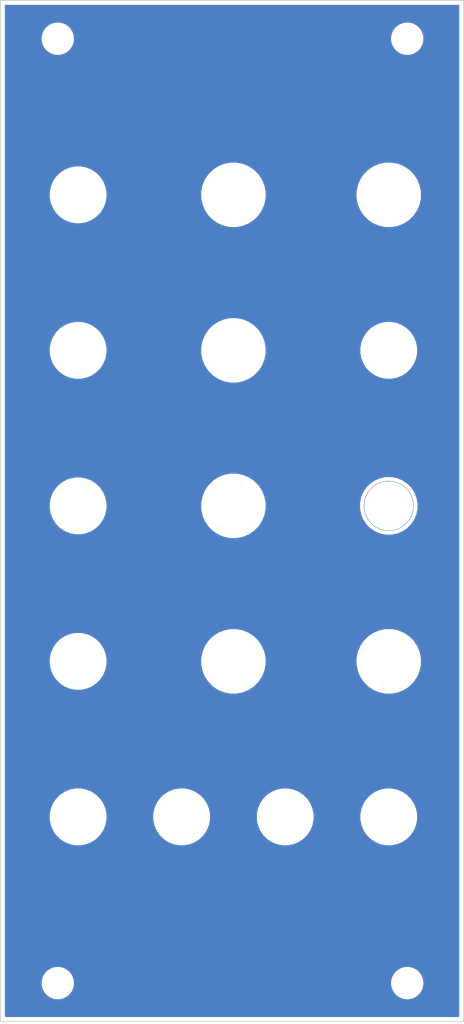
<source format=kicad_pcb>
(kicad_pcb (version 20171130) (host pcbnew 5.1.5-52549c5~86~ubuntu19.04.1)

  (general
    (thickness 1.6)
    (drawings 19)
    (tracks 0)
    (zones 0)
    (modules 24)
    (nets 1)
  )

  (page A4)
  (title_block
    (title vco)
    (date 2020-05-23)
    (rev 01)
    (comment 1 "PCB for panel")
    (comment 2 "CEM3340 voltage controlled oszillator")
    (comment 4 "License CC BY 4.0 - Attribution 4.0 International")
  )

  (layers
    (0 F.Cu signal)
    (31 B.Cu signal)
    (32 B.Adhes user)
    (33 F.Adhes user)
    (34 B.Paste user)
    (35 F.Paste user)
    (36 B.SilkS user)
    (37 F.SilkS user)
    (38 B.Mask user)
    (39 F.Mask user)
    (40 Dwgs.User user)
    (41 Cmts.User user)
    (42 Eco1.User user)
    (43 Eco2.User user)
    (44 Edge.Cuts user)
    (45 Margin user)
    (46 B.CrtYd user)
    (47 F.CrtYd user)
    (48 B.Fab user)
    (49 F.Fab user)
  )

  (setup
    (last_trace_width 0.25)
    (trace_clearance 0.2)
    (zone_clearance 0.508)
    (zone_45_only no)
    (trace_min 0.2)
    (via_size 0.8)
    (via_drill 0.4)
    (via_min_size 0.4)
    (via_min_drill 0.3)
    (uvia_size 0.3)
    (uvia_drill 0.1)
    (uvias_allowed no)
    (uvia_min_size 0.2)
    (uvia_min_drill 0.1)
    (edge_width 0.05)
    (segment_width 0.2)
    (pcb_text_width 0.3)
    (pcb_text_size 1.5 1.5)
    (mod_edge_width 0.12)
    (mod_text_size 1 1)
    (mod_text_width 0.15)
    (pad_size 6.4 6.4)
    (pad_drill 6.4)
    (pad_to_mask_clearance 0.051)
    (solder_mask_min_width 0.25)
    (aux_axis_origin 0 0)
    (visible_elements 7FFFFFFF)
    (pcbplotparams
      (layerselection 0x010fc_ffffffff)
      (usegerberextensions false)
      (usegerberattributes false)
      (usegerberadvancedattributes false)
      (creategerberjobfile false)
      (excludeedgelayer false)
      (linewidth 0.150000)
      (plotframeref false)
      (viasonmask false)
      (mode 1)
      (useauxorigin false)
      (hpglpennumber 1)
      (hpglpenspeed 20)
      (hpglpendiameter 15.000000)
      (psnegative false)
      (psa4output false)
      (plotreference true)
      (plotvalue true)
      (plotinvisibletext false)
      (padsonsilk false)
      (subtractmaskfromsilk false)
      (outputformat 1)
      (mirror false)
      (drillshape 0)
      (scaleselection 1)
      (outputdirectory "./gerbers"))
  )

  (net 0 "")

  (net_class Default "This is the default net class."
    (clearance 0.2)
    (trace_width 0.25)
    (via_dia 0.8)
    (via_drill 0.4)
    (uvia_dia 0.3)
    (uvia_drill 0.1)
  )

  (module elektrophon:panel_jack (layer F.Cu) (tedit 5DA46DDA) (tstamp 5EBD0BCA)
    (at 35.56 50.8)
    (descr "Mounting Hole 8.4mm, no annular, M8")
    (tags "mounting hole 8.4mm no annular m8")
    (path /5DA3331D)
    (attr virtual)
    (fp_text reference H4 (at 0 -9.4) (layer F.SilkS) hide
      (effects (font (size 1 1) (thickness 0.15)))
    )
    (fp_text value 1V/OCT (at 0 9.144) (layer F.Mask) hide
      (effects (font (size 2 1.4) (thickness 0.25)))
    )
    (fp_circle (center 0 0) (end 4.2 0) (layer F.CrtYd) (width 0.05))
    (fp_circle (center 0 0) (end 4 0) (layer Cmts.User) (width 0.15))
    (fp_text user %R (at 0.3 0) (layer F.Fab) hide
      (effects (font (size 1 1) (thickness 0.15)))
    )
    (pad "" np_thru_hole circle (at 0 0) (size 6.4 6.4) (drill 6.4) (layers *.Cu *.Mask))
    (model "${KIPRJMOD}/../../../lib/kicad/models/PJ301M-12 Thonkiconn v0.2.stp"
      (offset (xyz 0 0.8 -10.5))
      (scale (xyz 1 1 1))
      (rotate (xyz 0 0 0))
    )
  )

  (module elektrophon:waveshape_square locked (layer F.Cu) (tedit 5D6AF935) (tstamp 5EC93BD6)
    (at 76.2 132.08)
    (descr "Imported from ../../lib/kicad/elektrophon.pretty/saw.svg")
    (tags svg2mod)
    (attr smd)
    (fp_text reference svg2mod (at 0 -4.58823) (layer F.SilkS) hide
      (effects (font (size 1.524 1.524) (thickness 0.3048)))
    )
    (fp_text value G*** (at 0 11.176) (layer F.SilkS) hide
      (effects (font (size 1.524 1.524) (thickness 0.3048)))
    )
    (fp_line (start 2.032 9.652) (end 2.032 8.128) (layer F.Mask) (width 0.5))
    (fp_line (start 0 9.652) (end 2.032 9.652) (layer F.Mask) (width 0.5))
    (fp_line (start 0 7.112) (end 0 9.652) (layer F.Mask) (width 0.5))
    (fp_line (start -2.032 7.09577) (end -0.207183 7.09617) (layer F.Mask) (width 0.5))
    (fp_line (start -2.032 8.62667) (end -2.032 7.112) (layer F.Mask) (width 0.5))
  )

  (module elektrophon:waveshape_saw locked (layer F.Cu) (tedit 5D6AF863) (tstamp 5EC93A30)
    (at 49.106666 132.08)
    (descr "Imported from ../../lib/kicad/elektrophon.pretty/fall.svg")
    (tags svg2mod)
    (attr smd)
    (fp_text reference svg2mod (at 0 -4.69341) (layer F.SilkS) hide
      (effects (font (size 1.524 1.524) (thickness 0.3048)))
    )
    (fp_text value G*** (at 0 11.684) (layer F.SilkS) hide
      (effects (font (size 1.524 1.524) (thickness 0.3048)))
    )
    (fp_line (start -1.016 7.49859) (end 2.54 9.652) (layer F.Mask) (width 0.5))
    (fp_line (start -1.016 9.652) (end -1.016 7.62) (layer F.Mask) (width 0.5))
  )

  (module elektrophon:waveshape_sine locked (layer F.Cu) (tedit 5D6AF917) (tstamp 5EC9375B)
    (at 62.653332 132.08)
    (descr "Imported from ../../lib/kicad/elektrophon.pretty/sine.svg")
    (tags svg2mod)
    (attr smd)
    (fp_text reference svg2mod (at 0 -4.119191) (layer F.SilkS) hide
      (effects (font (size 1.524 1.524) (thickness 0.3048)))
    )
    (fp_text value G*** (at 0 11.684) (layer F.SilkS) hide
      (effects (font (size 1.524 1.524) (thickness 0.3048)))
    )
    (fp_line (start 2.333448 8.858449) (end 2.538214 8.476346) (layer F.Mask) (width 0.5))
    (fp_line (start 1.772845 9.510977) (end 2.333448 8.858449) (layer F.Mask) (width 0.5))
    (fp_line (start 1.384272 9.707191) (end 1.772845 9.510977) (layer F.Mask) (width 0.5))
    (fp_line (start 0.936943 9.693258) (end 1.384272 9.707191) (layer F.Mask) (width 0.5))
    (fp_line (start 0.440923 9.376595) (end 0.936943 9.693258) (layer F.Mask) (width 0.5))
    (fp_line (start -0.093719 8.664618) (end 0.440923 9.376595) (layer F.Mask) (width 0.5))
    (fp_line (start -0.620307 7.94493) (end -0.093719 8.664618) (layer F.Mask) (width 0.5))
    (fp_line (start -1.095093 7.607769) (end -0.620307 7.94493) (layer F.Mask) (width 0.5))
    (fp_line (start -1.512403 7.564809) (end -1.095093 7.607769) (layer F.Mask) (width 0.5))
    (fp_line (start -1.866564 7.727725) (end -1.512403 7.564809) (layer F.Mask) (width 0.5))
    (fp_line (start -2.362736 8.317877) (end -1.866564 7.727725) (layer F.Mask) (width 0.5))
    (fp_line (start -2.538214 8.671618) (end -2.362736 8.317877) (layer F.Mask) (width 0.5))
  )

  (module elektrophon:waveshape_triangle locked (layer F.Cu) (tedit 5D6AF949) (tstamp 5EC93484)
    (at 35.56 133)
    (descr "Imported from ../../lib/kicad/elektrophon.pretty/triangle.svg")
    (tags svg2mod)
    (attr smd)
    (fp_text reference svg2mod (at 0 -4.43467) (layer F.SilkS) hide
      (effects (font (size 1.524 1.524) (thickness 0.3048)))
    )
    (fp_text value G*** (at 0 11.176) (layer F.SilkS) hide
      (effects (font (size 1.524 1.524) (thickness 0.3048)))
    )
    (fp_line (start 1.524 9.51467) (end 2.54 7.82361) (layer F.Mask) (width 0.5))
    (fp_line (start -0.508 6.604) (end 1.524 9.51467) (layer F.Mask) (width 0.5))
    (fp_line (start -2.032 8.636) (end -0.508 6.604) (layer F.Mask) (width 0.5))
  )

  (module elektrophon:panel_potentiometer (layer F.Cu) (tedit 5DA46CEF) (tstamp 5DD36E24)
    (at 55.88 91.44)
    (descr "Mounting Hole 8.4mm, no annular, M8")
    (tags "mounting hole 8.4mm no annular m8")
    (path /5DD362E9)
    (attr virtual)
    (fp_text reference H13 (at 0 -9.4) (layer F.SilkS) hide
      (effects (font (size 1 1) (thickness 0.15)))
    )
    (fp_text value ATTEN (at 0 9.144) (layer F.Mask) hide
      (effects (font (size 2 1.4) (thickness 0.25)))
    )
    (fp_circle (center 0 0) (end 6.6 0) (layer F.CrtYd) (width 0.05))
    (fp_circle (center 0 0) (end 6.35 0) (layer Cmts.User) (width 0.15))
    (fp_text user %R (at 0.3 0) (layer F.Fab) hide
      (effects (font (size 1 1) (thickness 0.15)))
    )
    (pad "" np_thru_hole circle (at 0 0) (size 7.4 7.4) (drill 7.4) (layers *.Cu *.Mask))
    (model "${KIPRJMOD}/../../../lib/kicad/models/chroma cap.step"
      (offset (xyz 0 0 8))
      (scale (xyz 1 1 1))
      (rotate (xyz -90 0 0))
    )
  )

  (module elektrophon:panel_potentiometer (layer F.Cu) (tedit 5DA46CEF) (tstamp 5EBD0C09)
    (at 55.88 111.76)
    (descr "Mounting Hole 8.4mm, no annular, M8")
    (tags "mounting hole 8.4mm no annular m8")
    (path /5D6B1F10)
    (attr virtual)
    (fp_text reference H12 (at 0 -9.4) (layer F.SilkS) hide
      (effects (font (size 1 1) (thickness 0.15)))
    )
    (fp_text value ATTEN (at 0 9.144) (layer F.Mask) hide
      (effects (font (size 2 1.4) (thickness 0.25)))
    )
    (fp_circle (center 0 0) (end 6.6 0) (layer F.CrtYd) (width 0.05))
    (fp_circle (center 0 0) (end 6.35 0) (layer Cmts.User) (width 0.15))
    (fp_text user %R (at 0.3 0) (layer F.Fab) hide
      (effects (font (size 1 1) (thickness 0.15)))
    )
    (pad "" np_thru_hole circle (at 0 0) (size 7.4 7.4) (drill 7.4) (layers *.Cu *.Mask))
    (model "${KIPRJMOD}/../../../lib/kicad/models/chroma cap.step"
      (offset (xyz 0 0 8))
      (scale (xyz 1 1 1))
      (rotate (xyz -90 0 0))
    )
  )

  (module elektrophon:panel_potentiometer (layer F.Cu) (tedit 5DA46CEF) (tstamp 5EBD0C01)
    (at 55.88 50.8)
    (descr "Mounting Hole 8.4mm, no annular, M8")
    (tags "mounting hole 8.4mm no annular m8")
    (path /5D6B4FBA)
    (attr virtual)
    (fp_text reference H11 (at 0 -9.4) (layer F.SilkS) hide
      (effects (font (size 1 1) (thickness 0.15)))
    )
    (fp_text value COARSE (at 0 9.144) (layer F.Mask) hide
      (effects (font (size 2 1.4) (thickness 0.25)))
    )
    (fp_circle (center 0 0) (end 6.6 0) (layer F.CrtYd) (width 0.05))
    (fp_circle (center 0 0) (end 6.35 0) (layer Cmts.User) (width 0.15))
    (fp_text user %R (at 0.3 0) (layer F.Fab) hide
      (effects (font (size 1 1) (thickness 0.15)))
    )
    (pad "" np_thru_hole circle (at 0 0) (size 7.4 7.4) (drill 7.4) (layers *.Cu *.Mask))
    (model "${KIPRJMOD}/../../../lib/kicad/models/chroma cap.step"
      (offset (xyz 0 0 8))
      (scale (xyz 1 1 1))
      (rotate (xyz -90 0 0))
    )
  )

  (module elektrophon:panel_potentiometer (layer F.Cu) (tedit 5DA46CEF) (tstamp 5DA326EC)
    (at 55.88 71.12)
    (descr "Mounting Hole 8.4mm, no annular, M8")
    (tags "mounting hole 8.4mm no annular m8")
    (path /5D6B1F16)
    (attr virtual)
    (fp_text reference H10 (at 0 -9.4) (layer F.SilkS) hide
      (effects (font (size 1 1) (thickness 0.15)))
    )
    (fp_text value ATTEN (at 0 9.144) (layer F.Mask) hide
      (effects (font (size 2 1.4) (thickness 0.25)))
    )
    (fp_circle (center 0 0) (end 6.6 0) (layer F.CrtYd) (width 0.05))
    (fp_circle (center 0 0) (end 6.35 0) (layer Cmts.User) (width 0.15))
    (fp_text user %R (at 0.3 0) (layer F.Fab) hide
      (effects (font (size 1 1) (thickness 0.15)))
    )
    (pad "" np_thru_hole circle (at 0 0) (size 7.4 7.4) (drill 7.4) (layers *.Cu *.Mask))
    (model "${KIPRJMOD}/../../../lib/kicad/models/chroma cap.step"
      (offset (xyz 0 0 8))
      (scale (xyz 1 1 1))
      (rotate (xyz -90 0 0))
    )
  )

  (module elektrophon:SWITCH_HOLE (layer F.Cu) (tedit 5D6AF1FE) (tstamp 5EBD0C25)
    (at 76.2 91.44)
    (path /5D6AF633)
    (fp_text reference H16 (at 0 -6.604) (layer F.SilkS) hide
      (effects (font (size 1 1) (thickness 0.15)))
    )
    (fp_text value SOFT/HARD (at 0 8.636) (layer F.Mask) hide
      (effects (font (size 2 1.4) (thickness 0.25)))
    )
    (pad "" np_thru_hole circle (at 0 0) (size 6.5 6.5) (drill 6.4) (layers *.Cu *.Mask)
      (zone_connect 0))
    (model "/home/etienne/Projects/elektrophon/lib/kicad/models/SPDT Toggle Switch.stp"
      (offset (xyz 12.5 3.5 -11.5))
      (scale (xyz 1 1 1))
      (rotate (xyz -90 0 0))
    )
  )

  (module elektrophon:panel_potentiometer (layer F.Cu) (tedit 5DA46CEF) (tstamp 5EBD0C20)
    (at 76.2 111.76)
    (descr "Mounting Hole 8.4mm, no annular, M8")
    (tags "mounting hole 8.4mm no annular m8")
    (path /5D6B1F1C)
    (attr virtual)
    (fp_text reference H15 (at 0 -9.4) (layer F.SilkS) hide
      (effects (font (size 1 1) (thickness 0.15)))
    )
    (fp_text value INITIAL (at 0 9.144) (layer F.Mask) hide
      (effects (font (size 2 1.4) (thickness 0.25)))
    )
    (fp_circle (center 0 0) (end 6.6 0) (layer F.CrtYd) (width 0.05))
    (fp_circle (center 0 0) (end 6.35 0) (layer Cmts.User) (width 0.15))
    (fp_text user %R (at 0.3 0) (layer F.Fab) hide
      (effects (font (size 1 1) (thickness 0.15)))
    )
    (pad "" np_thru_hole circle (at 0 0) (size 7.4 7.4) (drill 7.4) (layers *.Cu *.Mask))
    (model "${KIPRJMOD}/../../../lib/kicad/models/chroma cap.step"
      (offset (xyz 0 0 8))
      (scale (xyz 1 1 1))
      (rotate (xyz -90 0 0))
    )
  )

  (module elektrophon:panel_potentiometer (layer F.Cu) (tedit 5DA46CEF) (tstamp 5EBD0C18)
    (at 76.2 50.8)
    (descr "Mounting Hole 8.4mm, no annular, M8")
    (tags "mounting hole 8.4mm no annular m8")
    (path /5D6B18DA)
    (attr virtual)
    (fp_text reference H14 (at 0 -9.4) (layer F.SilkS) hide
      (effects (font (size 1 1) (thickness 0.15)))
    )
    (fp_text value FINE (at 0 9.144) (layer F.Mask) hide
      (effects (font (size 2 1.4) (thickness 0.25)))
    )
    (fp_circle (center 0 0) (end 6.6 0) (layer F.CrtYd) (width 0.05))
    (fp_circle (center 0 0) (end 6.35 0) (layer Cmts.User) (width 0.15))
    (fp_text user %R (at 0.3 0) (layer F.Fab) hide
      (effects (font (size 1 1) (thickness 0.15)))
    )
    (pad "" np_thru_hole circle (at 0 0) (size 7.4 7.4) (drill 7.4) (layers *.Cu *.Mask))
    (model "${KIPRJMOD}/../../../lib/kicad/models/chroma cap.step"
      (offset (xyz 0 0 8))
      (scale (xyz 1 1 1))
      (rotate (xyz -90 0 0))
    )
  )

  (module elektrophon:panel_jack (layer F.Cu) (tedit 5DA46DDA) (tstamp 5EBD0BF2)
    (at 76.2 132.08)
    (descr "Mounting Hole 8.4mm, no annular, M8")
    (tags "mounting hole 8.4mm no annular m8")
    (path /5EBD4436)
    (attr virtual)
    (fp_text reference H9 (at 0 -9.4) (layer F.SilkS) hide
      (effects (font (size 1 1) (thickness 0.15)))
    )
    (fp_text value PULSE (at 0 9.144) (layer F.Mask) hide
      (effects (font (size 2 1.4) (thickness 0.25)))
    )
    (fp_circle (center 0 0) (end 4.2 0) (layer F.CrtYd) (width 0.05))
    (fp_circle (center 0 0) (end 4 0) (layer Cmts.User) (width 0.15))
    (fp_text user %R (at 0.3 0) (layer F.Fab) hide
      (effects (font (size 1 1) (thickness 0.15)))
    )
    (pad "" np_thru_hole circle (at 0 0) (size 6.4 6.4) (drill 6.4) (layers *.Cu *.Mask))
    (model "${KIPRJMOD}/../../../lib/kicad/models/PJ301M-12 Thonkiconn v0.2.stp"
      (offset (xyz 0 0.8 -10.5))
      (scale (xyz 1 1 1))
      (rotate (xyz 0 0 0))
    )
  )

  (module elektrophon:panel_jack (layer F.Cu) (tedit 5DA46DDA) (tstamp 5EBD0BEA)
    (at 62.653332 132.08)
    (descr "Mounting Hole 8.4mm, no annular, M8")
    (tags "mounting hole 8.4mm no annular m8")
    (path /5EBD42F6)
    (attr virtual)
    (fp_text reference H8 (at 0 -9.4) (layer F.SilkS) hide
      (effects (font (size 1 1) (thickness 0.15)))
    )
    (fp_text value SINE (at 0 9.144) (layer F.Mask) hide
      (effects (font (size 2 1.4) (thickness 0.25)))
    )
    (fp_circle (center 0 0) (end 4.2 0) (layer F.CrtYd) (width 0.05))
    (fp_circle (center 0 0) (end 4 0) (layer Cmts.User) (width 0.15))
    (fp_text user %R (at 0.3 0) (layer F.Fab) hide
      (effects (font (size 1 1) (thickness 0.15)))
    )
    (pad "" np_thru_hole circle (at 0 0) (size 6.4 6.4) (drill 6.4) (layers *.Cu *.Mask))
    (model "${KIPRJMOD}/../../../lib/kicad/models/PJ301M-12 Thonkiconn v0.2.stp"
      (offset (xyz 0 0.8 -10.5))
      (scale (xyz 1 1 1))
      (rotate (xyz 0 0 0))
    )
  )

  (module elektrophon:panel_jack (layer F.Cu) (tedit 5DA46DDA) (tstamp 5EBD0BE2)
    (at 49.106666 132.08)
    (descr "Mounting Hole 8.4mm, no annular, M8")
    (tags "mounting hole 8.4mm no annular m8")
    (path /5EBD41FF)
    (attr virtual)
    (fp_text reference H7 (at 0 -9.4) (layer F.SilkS) hide
      (effects (font (size 1 1) (thickness 0.15)))
    )
    (fp_text value SAW (at 0 9.144) (layer F.Mask) hide
      (effects (font (size 2 1.4) (thickness 0.25)))
    )
    (fp_circle (center 0 0) (end 4.2 0) (layer F.CrtYd) (width 0.05))
    (fp_circle (center 0 0) (end 4 0) (layer Cmts.User) (width 0.15))
    (fp_text user %R (at 0.3 0) (layer F.Fab) hide
      (effects (font (size 1 1) (thickness 0.15)))
    )
    (pad "" np_thru_hole circle (at 0 0) (size 6.4 6.4) (drill 6.4) (layers *.Cu *.Mask))
    (model "${KIPRJMOD}/../../../lib/kicad/models/PJ301M-12 Thonkiconn v0.2.stp"
      (offset (xyz 0 0.8 -10.5))
      (scale (xyz 1 1 1))
      (rotate (xyz 0 0 0))
    )
  )

  (module elektrophon:panel_jack (layer F.Cu) (tedit 5DA46DDA) (tstamp 5EBD0BDA)
    (at 76.2 71.12)
    (descr "Mounting Hole 8.4mm, no annular, M8")
    (tags "mounting hole 8.4mm no annular m8")
    (path /5DD35930)
    (attr virtual)
    (fp_text reference H6 (at 0 -9.4) (layer F.SilkS) hide
      (effects (font (size 1 1) (thickness 0.15)))
    )
    (fp_text value SYNC (at 0 9.144) (layer F.Mask) hide
      (effects (font (size 2 1.4) (thickness 0.25)))
    )
    (fp_circle (center 0 0) (end 4.2 0) (layer F.CrtYd) (width 0.05))
    (fp_circle (center 0 0) (end 4 0) (layer Cmts.User) (width 0.15))
    (fp_text user %R (at 0.3 0) (layer F.Fab) hide
      (effects (font (size 1 1) (thickness 0.15)))
    )
    (pad "" np_thru_hole circle (at 0 0) (size 6.4 6.4) (drill 6.4) (layers *.Cu *.Mask))
    (model "${KIPRJMOD}/../../../lib/kicad/models/PJ301M-12 Thonkiconn v0.2.stp"
      (offset (xyz 0 0.8 -10.5))
      (scale (xyz 1 1 1))
      (rotate (xyz 0 0 0))
    )
  )

  (module elektrophon:panel_jack (layer F.Cu) (tedit 5DA46DDA) (tstamp 5EBD0BD2)
    (at 35.56 111.76)
    (descr "Mounting Hole 8.4mm, no annular, M8")
    (tags "mounting hole 8.4mm no annular m8")
    (path /5D6B18CE)
    (attr virtual)
    (fp_text reference H5 (at 0 -9.4) (layer F.SilkS) hide
      (effects (font (size 1 1) (thickness 0.15)))
    )
    (fp_text value PWM (at 0 9.144) (layer F.Mask) hide
      (effects (font (size 2 1.4) (thickness 0.25)))
    )
    (fp_circle (center 0 0) (end 4.2 0) (layer F.CrtYd) (width 0.05))
    (fp_circle (center 0 0) (end 4 0) (layer Cmts.User) (width 0.15))
    (fp_text user %R (at 0.3 0) (layer F.Fab) hide
      (effects (font (size 1 1) (thickness 0.15)))
    )
    (pad "" np_thru_hole circle (at 0 0) (size 6.4 6.4) (drill 6.4) (layers *.Cu *.Mask))
    (model "${KIPRJMOD}/../../../lib/kicad/models/PJ301M-12 Thonkiconn v0.2.stp"
      (offset (xyz 0 0.8 -10.5))
      (scale (xyz 1 1 1))
      (rotate (xyz 0 0 0))
    )
  )

  (module elektrophon:panel_jack (layer F.Cu) (tedit 5DA46DDA) (tstamp 5EBD0BC5)
    (at 35.56 91.44)
    (descr "Mounting Hole 8.4mm, no annular, M8")
    (tags "mounting hole 8.4mm no annular m8")
    (path /5DE3D3E9)
    (attr virtual)
    (fp_text reference H3 (at 0 -9.4) (layer F.SilkS) hide
      (effects (font (size 1 1) (thickness 0.15)))
    )
    (fp_text value LIN_FM (at 0 9.144) (layer F.Mask) hide
      (effects (font (size 2 1.4) (thickness 0.25)))
    )
    (fp_circle (center 0 0) (end 4.2 0) (layer F.CrtYd) (width 0.05))
    (fp_circle (center 0 0) (end 4 0) (layer Cmts.User) (width 0.15))
    (fp_text user %R (at 0.3 0) (layer F.Fab) hide
      (effects (font (size 1 1) (thickness 0.15)))
    )
    (pad "" np_thru_hole circle (at 0 0) (size 6.4 6.4) (drill 6.4) (layers *.Cu *.Mask))
    (model "${KIPRJMOD}/../../../lib/kicad/models/PJ301M-12 Thonkiconn v0.2.stp"
      (offset (xyz 0 0.8 -10.5))
      (scale (xyz 1 1 1))
      (rotate (xyz 0 0 0))
    )
  )

  (module elektrophon:panel_jack (layer F.Cu) (tedit 5DA46DDA) (tstamp 5EBD0BB6)
    (at 35.56 132.08)
    (descr "Mounting Hole 8.4mm, no annular, M8")
    (tags "mounting hole 8.4mm no annular m8")
    (path /5EBD4082)
    (attr virtual)
    (fp_text reference H1 (at 0 -9.4) (layer F.SilkS) hide
      (effects (font (size 1 1) (thickness 0.15)))
    )
    (fp_text value TRIANGLE (at 0 9.144) (layer F.Mask) hide
      (effects (font (size 2 1.4) (thickness 0.25)))
    )
    (fp_circle (center 0 0) (end 4.2 0) (layer F.CrtYd) (width 0.05))
    (fp_circle (center 0 0) (end 4 0) (layer Cmts.User) (width 0.15))
    (fp_text user %R (at 0.3 0) (layer F.Fab) hide
      (effects (font (size 1 1) (thickness 0.15)))
    )
    (pad "" np_thru_hole circle (at 0 0) (size 6.4 6.4) (drill 6.4) (layers *.Cu *.Mask))
    (model "${KIPRJMOD}/../../../lib/kicad/models/PJ301M-12 Thonkiconn v0.2.stp"
      (offset (xyz 0 0.8 -10.5))
      (scale (xyz 1 1 1))
      (rotate (xyz 0 0 0))
    )
  )

  (module elektrophon:panel_jack (layer F.Cu) (tedit 5DA46DDA) (tstamp 5DA32690)
    (at 35.56 71.12)
    (descr "Mounting Hole 8.4mm, no annular, M8")
    (tags "mounting hole 8.4mm no annular m8")
    (path /5D6AF58E)
    (attr virtual)
    (fp_text reference H2 (at 0 -9.4) (layer F.SilkS) hide
      (effects (font (size 1 1) (thickness 0.15)))
    )
    (fp_text value EXP_FM (at 0 9.144) (layer F.Mask) hide
      (effects (font (size 2 1.4) (thickness 0.25)))
    )
    (fp_circle (center 0 0) (end 4.2 0) (layer F.CrtYd) (width 0.05))
    (fp_circle (center 0 0) (end 4 0) (layer Cmts.User) (width 0.15))
    (fp_text user %R (at 0.3 0) (layer F.Fab) hide
      (effects (font (size 1 1) (thickness 0.15)))
    )
    (pad "" np_thru_hole circle (at 0 0) (size 6.4 6.4) (drill 6.4) (layers *.Cu *.Mask))
    (model "${KIPRJMOD}/../../../lib/kicad/models/PJ301M-12 Thonkiconn v0.2.stp"
      (offset (xyz 0 0.8 -10.5))
      (scale (xyz 1 1 1))
      (rotate (xyz 0 0 0))
    )
  )

  (module MountingHole:MountingHole_3.2mm_M3 locked (layer F.Cu) (tedit 56D1B4CB) (tstamp 5D6C7189)
    (at 78.62 153.8)
    (descr "Mounting Hole 3.2mm, no annular, M3")
    (tags "mounting hole 3.2mm no annular m3")
    (path /5D6C254B)
    (attr virtual)
    (fp_text reference H20 (at 0 -4.2) (layer F.SilkS) hide
      (effects (font (size 1 1) (thickness 0.15)))
    )
    (fp_text value MountingHole (at 0 4.2) (layer F.Fab) hide
      (effects (font (size 1 1) (thickness 0.15)))
    )
    (fp_circle (center 0 0) (end 3.45 0) (layer F.CrtYd) (width 0.05))
    (fp_circle (center 0 0) (end 3.2 0) (layer Cmts.User) (width 0.15))
    (fp_text user %R (at 0.3 0) (layer F.Fab) hide
      (effects (font (size 1 1) (thickness 0.15)))
    )
    (pad 1 np_thru_hole circle (at 0 0) (size 3.2 3.2) (drill 3.2) (layers *.Cu *.Mask))
  )

  (module MountingHole:MountingHole_3.2mm_M3 locked (layer F.Cu) (tedit 56D1B4CB) (tstamp 5D6C7181)
    (at 78.62 30.4)
    (descr "Mounting Hole 3.2mm, no annular, M3")
    (tags "mounting hole 3.2mm no annular m3")
    (path /5D6C22FB)
    (attr virtual)
    (fp_text reference H19 (at 0 -4.2) (layer F.SilkS) hide
      (effects (font (size 1 1) (thickness 0.15)))
    )
    (fp_text value MountingHole (at 0 4.2) (layer F.Fab) hide
      (effects (font (size 1 1) (thickness 0.15)))
    )
    (fp_circle (center 0 0) (end 3.45 0) (layer F.CrtYd) (width 0.05))
    (fp_circle (center 0 0) (end 3.2 0) (layer Cmts.User) (width 0.15))
    (fp_text user %R (at 0.3 0) (layer F.Fab) hide
      (effects (font (size 1 1) (thickness 0.15)))
    )
    (pad 1 np_thru_hole circle (at 0 0) (size 3.2 3.2) (drill 3.2) (layers *.Cu *.Mask))
  )

  (module MountingHole:MountingHole_3.2mm_M3 locked (layer F.Cu) (tedit 56D1B4CB) (tstamp 5D6C7179)
    (at 32.9 153.8)
    (descr "Mounting Hole 3.2mm, no annular, M3")
    (tags "mounting hole 3.2mm no annular m3")
    (path /5D6C2167)
    (attr virtual)
    (fp_text reference H18 (at 0 -4.2) (layer F.SilkS) hide
      (effects (font (size 1 1) (thickness 0.15)))
    )
    (fp_text value MountingHole (at 0 4.2) (layer F.Fab) hide
      (effects (font (size 1 1) (thickness 0.15)))
    )
    (fp_circle (center 0 0) (end 3.45 0) (layer F.CrtYd) (width 0.05))
    (fp_circle (center 0 0) (end 3.2 0) (layer Cmts.User) (width 0.15))
    (fp_text user %R (at 0.3 0) (layer F.Fab) hide
      (effects (font (size 1 1) (thickness 0.15)))
    )
    (pad 1 np_thru_hole circle (at 0 0) (size 3.2 3.2) (drill 3.2) (layers *.Cu *.Mask))
  )

  (module MountingHole:MountingHole_3.2mm_M3 locked (layer F.Cu) (tedit 56D1B4CB) (tstamp 5D6C7171)
    (at 32.9 30.4)
    (descr "Mounting Hole 3.2mm, no annular, M3")
    (tags "mounting hole 3.2mm no annular m3")
    (path /5D6C1F77)
    (attr virtual)
    (fp_text reference H17 (at 0 -4.2) (layer F.SilkS) hide
      (effects (font (size 1 1) (thickness 0.15)))
    )
    (fp_text value MountingHole (at 0 4.2) (layer F.Fab) hide
      (effects (font (size 1 1) (thickness 0.15)))
    )
    (fp_circle (center 0 0) (end 3.45 0) (layer F.CrtYd) (width 0.05))
    (fp_circle (center 0 0) (end 3.2 0) (layer Cmts.User) (width 0.15))
    (fp_text user %R (at 0.3 0) (layer F.Fab) hide
      (effects (font (size 1 1) (thickness 0.15)))
    )
    (pad 1 np_thru_hole circle (at 0 0) (size 3.2 3.2) (drill 3.2) (layers *.Cu *.Mask))
  )

  (gr_text initial (at 76.2 120.65) (layer F.Mask) (tstamp 5ECA658B)
    (effects (font (size 2 1.4) (thickness 0.25)))
  )
  (gr_text pwm (at 35.56 120.65) (layer F.Mask) (tstamp 5ECA658B)
    (effects (font (size 2 1.4) (thickness 0.25)))
  )
  (gr_text sync (at 76.2 100.33) (layer F.Mask) (tstamp 5ECA658B)
    (effects (font (size 2 1.4) (thickness 0.25)))
  )
  (gr_text "lin fm" (at 35.56 100.33) (layer F.Mask) (tstamp 5ECA658B)
    (effects (font (size 2 1.4) (thickness 0.25)))
  )
  (gr_text "exp fm" (at 35.56 80.01) (layer F.Mask) (tstamp 5ECA658B)
    (effects (font (size 2 1.4) (thickness 0.25)))
  )
  (gr_text fine (at 76.2 59.69) (layer F.Mask) (tstamp 5ECA658B)
    (effects (font (size 2 1.4) (thickness 0.25)))
  )
  (gr_text coarse (at 55.88 59.69) (layer F.Mask) (tstamp 5ECA6566)
    (effects (font (size 2 1.4) (thickness 0.25)))
  )
  (gr_text 1v/oct (at 35.56 59.69) (layer F.Mask)
    (effects (font (size 2 1.4) (thickness 0.25)))
  )
  (gr_line (start 35.56 111.76) (end 76.2 111.76) (layer F.Mask) (width 0.25))
  (gr_line (start 55.88 91.44) (end 35.56 91.44) (layer F.Mask) (width 0.25))
  (gr_line (start 76.2 71.12) (end 76.2 91.44) (layer F.Mask) (width 0.25))
  (gr_line (start 35.56 71.12) (end 55.88 71.12) (layer F.Mask) (width 0.25))
  (gr_line (start 35.56 50.8) (end 76.2 50.8) (layer F.Mask) (width 0.25))
  (gr_text R01 (at 69.85 153.67) (layer F.Cu)
    (effects (font (size 2 1.4) (thickness 0.25)))
  )
  (gr_text "vco\n" (at 55.88 30.48) (layer F.Mask)
    (effects (font (size 3 3) (thickness 0.35)))
  )
  (gr_line (start 86 158.8) (end 25.4 158.8) (layer Edge.Cuts) (width 0.12))
  (gr_line (start 86 25.4) (end 86 158.8) (layer Edge.Cuts) (width 0.12))
  (gr_line (start 25.4 25.4) (end 25.4 158.8) (layer Edge.Cuts) (width 0.12))
  (gr_line (start 25.4 25.4) (end 86 25.4) (layer Edge.Cuts) (width 0.12))

  (zone (net 0) (net_name "") (layer B.Cu) (tstamp 5D6DC77A) (hatch edge 0.508)
    (connect_pads (clearance 0.508))
    (min_thickness 0.254)
    (fill yes (arc_segments 32) (thermal_gap 0.508) (thermal_bridge_width 0.508))
    (polygon
      (pts
        (xy 25.43 25.4) (xy 85.882 25.751) (xy 85.822 159.161) (xy 25.4 158.75)
      )
    )
    (filled_polygon
      (pts
        (xy 85.305001 158.105) (xy 26.095 158.105) (xy 26.095 153.579872) (xy 30.665 153.579872) (xy 30.665 154.020128)
        (xy 30.75089 154.451925) (xy 30.919369 154.858669) (xy 31.163962 155.224729) (xy 31.475271 155.536038) (xy 31.841331 155.780631)
        (xy 32.248075 155.94911) (xy 32.679872 156.035) (xy 33.120128 156.035) (xy 33.551925 155.94911) (xy 33.958669 155.780631)
        (xy 34.324729 155.536038) (xy 34.636038 155.224729) (xy 34.880631 154.858669) (xy 35.04911 154.451925) (xy 35.135 154.020128)
        (xy 35.135 153.579872) (xy 76.385 153.579872) (xy 76.385 154.020128) (xy 76.47089 154.451925) (xy 76.639369 154.858669)
        (xy 76.883962 155.224729) (xy 77.195271 155.536038) (xy 77.561331 155.780631) (xy 77.968075 155.94911) (xy 78.399872 156.035)
        (xy 78.840128 156.035) (xy 79.271925 155.94911) (xy 79.678669 155.780631) (xy 80.044729 155.536038) (xy 80.356038 155.224729)
        (xy 80.600631 154.858669) (xy 80.76911 154.451925) (xy 80.855 154.020128) (xy 80.855 153.579872) (xy 80.76911 153.148075)
        (xy 80.600631 152.741331) (xy 80.356038 152.375271) (xy 80.044729 152.063962) (xy 79.678669 151.819369) (xy 79.271925 151.65089)
        (xy 78.840128 151.565) (xy 78.399872 151.565) (xy 77.968075 151.65089) (xy 77.561331 151.819369) (xy 77.195271 152.063962)
        (xy 76.883962 152.375271) (xy 76.639369 152.741331) (xy 76.47089 153.148075) (xy 76.385 153.579872) (xy 35.135 153.579872)
        (xy 35.04911 153.148075) (xy 34.880631 152.741331) (xy 34.636038 152.375271) (xy 34.324729 152.063962) (xy 33.958669 151.819369)
        (xy 33.551925 151.65089) (xy 33.120128 151.565) (xy 32.679872 151.565) (xy 32.248075 151.65089) (xy 31.841331 151.819369)
        (xy 31.475271 152.063962) (xy 31.163962 152.375271) (xy 30.919369 152.741331) (xy 30.75089 153.148075) (xy 30.665 153.579872)
        (xy 26.095 153.579872) (xy 26.095 131.702285) (xy 31.725 131.702285) (xy 31.725 132.457715) (xy 31.872377 133.198628)
        (xy 32.161467 133.896554) (xy 32.581161 134.52467) (xy 33.11533 135.058839) (xy 33.743446 135.478533) (xy 34.441372 135.767623)
        (xy 35.182285 135.915) (xy 35.937715 135.915) (xy 36.678628 135.767623) (xy 37.376554 135.478533) (xy 38.00467 135.058839)
        (xy 38.538839 134.52467) (xy 38.958533 133.896554) (xy 39.247623 133.198628) (xy 39.395 132.457715) (xy 39.395 131.702285)
        (xy 45.271666 131.702285) (xy 45.271666 132.457715) (xy 45.419043 133.198628) (xy 45.708133 133.896554) (xy 46.127827 134.52467)
        (xy 46.661996 135.058839) (xy 47.290112 135.478533) (xy 47.988038 135.767623) (xy 48.728951 135.915) (xy 49.484381 135.915)
        (xy 50.225294 135.767623) (xy 50.92322 135.478533) (xy 51.551336 135.058839) (xy 52.085505 134.52467) (xy 52.505199 133.896554)
        (xy 52.794289 133.198628) (xy 52.941666 132.457715) (xy 52.941666 131.702285) (xy 58.818332 131.702285) (xy 58.818332 132.457715)
        (xy 58.965709 133.198628) (xy 59.254799 133.896554) (xy 59.674493 134.52467) (xy 60.208662 135.058839) (xy 60.836778 135.478533)
        (xy 61.534704 135.767623) (xy 62.275617 135.915) (xy 63.031047 135.915) (xy 63.77196 135.767623) (xy 64.469886 135.478533)
        (xy 65.098002 135.058839) (xy 65.632171 134.52467) (xy 66.051865 133.896554) (xy 66.340955 133.198628) (xy 66.488332 132.457715)
        (xy 66.488332 131.702285) (xy 72.365 131.702285) (xy 72.365 132.457715) (xy 72.512377 133.198628) (xy 72.801467 133.896554)
        (xy 73.221161 134.52467) (xy 73.75533 135.058839) (xy 74.383446 135.478533) (xy 75.081372 135.767623) (xy 75.822285 135.915)
        (xy 76.577715 135.915) (xy 77.318628 135.767623) (xy 78.016554 135.478533) (xy 78.64467 135.058839) (xy 79.178839 134.52467)
        (xy 79.598533 133.896554) (xy 79.887623 133.198628) (xy 80.035 132.457715) (xy 80.035 131.702285) (xy 79.887623 130.961372)
        (xy 79.598533 130.263446) (xy 79.178839 129.63533) (xy 78.64467 129.101161) (xy 78.016554 128.681467) (xy 77.318628 128.392377)
        (xy 76.577715 128.245) (xy 75.822285 128.245) (xy 75.081372 128.392377) (xy 74.383446 128.681467) (xy 73.75533 129.101161)
        (xy 73.221161 129.63533) (xy 72.801467 130.263446) (xy 72.512377 130.961372) (xy 72.365 131.702285) (xy 66.488332 131.702285)
        (xy 66.340955 130.961372) (xy 66.051865 130.263446) (xy 65.632171 129.63533) (xy 65.098002 129.101161) (xy 64.469886 128.681467)
        (xy 63.77196 128.392377) (xy 63.031047 128.245) (xy 62.275617 128.245) (xy 61.534704 128.392377) (xy 60.836778 128.681467)
        (xy 60.208662 129.101161) (xy 59.674493 129.63533) (xy 59.254799 130.263446) (xy 58.965709 130.961372) (xy 58.818332 131.702285)
        (xy 52.941666 131.702285) (xy 52.794289 130.961372) (xy 52.505199 130.263446) (xy 52.085505 129.63533) (xy 51.551336 129.101161)
        (xy 50.92322 128.681467) (xy 50.225294 128.392377) (xy 49.484381 128.245) (xy 48.728951 128.245) (xy 47.988038 128.392377)
        (xy 47.290112 128.681467) (xy 46.661996 129.101161) (xy 46.127827 129.63533) (xy 45.708133 130.263446) (xy 45.419043 130.961372)
        (xy 45.271666 131.702285) (xy 39.395 131.702285) (xy 39.247623 130.961372) (xy 38.958533 130.263446) (xy 38.538839 129.63533)
        (xy 38.00467 129.101161) (xy 37.376554 128.681467) (xy 36.678628 128.392377) (xy 35.937715 128.245) (xy 35.182285 128.245)
        (xy 34.441372 128.392377) (xy 33.743446 128.681467) (xy 33.11533 129.101161) (xy 32.581161 129.63533) (xy 32.161467 130.263446)
        (xy 31.872377 130.961372) (xy 31.725 131.702285) (xy 26.095 131.702285) (xy 26.095 111.382285) (xy 31.725 111.382285)
        (xy 31.725 112.137715) (xy 31.872377 112.878628) (xy 32.161467 113.576554) (xy 32.581161 114.20467) (xy 33.11533 114.738839)
        (xy 33.743446 115.158533) (xy 34.441372 115.447623) (xy 35.182285 115.595) (xy 35.937715 115.595) (xy 36.678628 115.447623)
        (xy 37.376554 115.158533) (xy 38.00467 114.738839) (xy 38.538839 114.20467) (xy 38.958533 113.576554) (xy 39.247623 112.878628)
        (xy 39.395 112.137715) (xy 39.395 111.382285) (xy 39.385205 111.33304) (xy 51.545 111.33304) (xy 51.545 112.18696)
        (xy 51.711592 113.024473) (xy 52.038373 113.813392) (xy 52.512786 114.523401) (xy 53.116599 115.127214) (xy 53.826608 115.601627)
        (xy 54.615527 115.928408) (xy 55.45304 116.095) (xy 56.30696 116.095) (xy 57.144473 115.928408) (xy 57.933392 115.601627)
        (xy 58.643401 115.127214) (xy 59.247214 114.523401) (xy 59.721627 113.813392) (xy 60.048408 113.024473) (xy 60.215 112.18696)
        (xy 60.215 111.33304) (xy 71.865 111.33304) (xy 71.865 112.18696) (xy 72.031592 113.024473) (xy 72.358373 113.813392)
        (xy 72.832786 114.523401) (xy 73.436599 115.127214) (xy 74.146608 115.601627) (xy 74.935527 115.928408) (xy 75.77304 116.095)
        (xy 76.62696 116.095) (xy 77.464473 115.928408) (xy 78.253392 115.601627) (xy 78.963401 115.127214) (xy 79.567214 114.523401)
        (xy 80.041627 113.813392) (xy 80.368408 113.024473) (xy 80.535 112.18696) (xy 80.535 111.33304) (xy 80.368408 110.495527)
        (xy 80.041627 109.706608) (xy 79.567214 108.996599) (xy 78.963401 108.392786) (xy 78.253392 107.918373) (xy 77.464473 107.591592)
        (xy 76.62696 107.425) (xy 75.77304 107.425) (xy 74.935527 107.591592) (xy 74.146608 107.918373) (xy 73.436599 108.392786)
        (xy 72.832786 108.996599) (xy 72.358373 109.706608) (xy 72.031592 110.495527) (xy 71.865 111.33304) (xy 60.215 111.33304)
        (xy 60.048408 110.495527) (xy 59.721627 109.706608) (xy 59.247214 108.996599) (xy 58.643401 108.392786) (xy 57.933392 107.918373)
        (xy 57.144473 107.591592) (xy 56.30696 107.425) (xy 55.45304 107.425) (xy 54.615527 107.591592) (xy 53.826608 107.918373)
        (xy 53.116599 108.392786) (xy 52.512786 108.996599) (xy 52.038373 109.706608) (xy 51.711592 110.495527) (xy 51.545 111.33304)
        (xy 39.385205 111.33304) (xy 39.247623 110.641372) (xy 38.958533 109.943446) (xy 38.538839 109.31533) (xy 38.00467 108.781161)
        (xy 37.376554 108.361467) (xy 36.678628 108.072377) (xy 35.937715 107.925) (xy 35.182285 107.925) (xy 34.441372 108.072377)
        (xy 33.743446 108.361467) (xy 33.11533 108.781161) (xy 32.581161 109.31533) (xy 32.161467 109.943446) (xy 31.872377 110.641372)
        (xy 31.725 111.382285) (xy 26.095 111.382285) (xy 26.095 91.062285) (xy 31.725 91.062285) (xy 31.725 91.817715)
        (xy 31.872377 92.558628) (xy 32.161467 93.256554) (xy 32.581161 93.88467) (xy 33.11533 94.418839) (xy 33.743446 94.838533)
        (xy 34.441372 95.127623) (xy 35.182285 95.275) (xy 35.937715 95.275) (xy 36.678628 95.127623) (xy 37.376554 94.838533)
        (xy 38.00467 94.418839) (xy 38.538839 93.88467) (xy 38.958533 93.256554) (xy 39.247623 92.558628) (xy 39.395 91.817715)
        (xy 39.395 91.062285) (xy 39.385205 91.01304) (xy 51.545 91.01304) (xy 51.545 91.86696) (xy 51.711592 92.704473)
        (xy 52.038373 93.493392) (xy 52.512786 94.203401) (xy 53.116599 94.807214) (xy 53.826608 95.281627) (xy 54.615527 95.608408)
        (xy 55.45304 95.775) (xy 56.30696 95.775) (xy 57.144473 95.608408) (xy 57.933392 95.281627) (xy 58.643401 94.807214)
        (xy 59.247214 94.203401) (xy 59.721627 93.493392) (xy 60.048408 92.704473) (xy 60.215 91.86696) (xy 60.215 91.057361)
        (xy 72.315 91.057361) (xy 72.315 91.822639) (xy 72.464298 92.573213) (xy 72.757158 93.280238) (xy 73.182323 93.916543)
        (xy 73.723457 94.457677) (xy 74.359762 94.882842) (xy 75.066787 95.175702) (xy 75.817361 95.325) (xy 76.582639 95.325)
        (xy 77.333213 95.175702) (xy 78.040238 94.882842) (xy 78.676543 94.457677) (xy 79.217677 93.916543) (xy 79.642842 93.280238)
        (xy 79.935702 92.573213) (xy 80.085 91.822639) (xy 80.085 91.057361) (xy 79.935702 90.306787) (xy 79.642842 89.599762)
        (xy 79.217677 88.963457) (xy 78.676543 88.422323) (xy 78.040238 87.997158) (xy 77.333213 87.704298) (xy 76.582639 87.555)
        (xy 75.817361 87.555) (xy 75.066787 87.704298) (xy 74.359762 87.997158) (xy 73.723457 88.422323) (xy 73.182323 88.963457)
        (xy 72.757158 89.599762) (xy 72.464298 90.306787) (xy 72.315 91.057361) (xy 60.215 91.057361) (xy 60.215 91.01304)
        (xy 60.048408 90.175527) (xy 59.721627 89.386608) (xy 59.247214 88.676599) (xy 58.643401 88.072786) (xy 57.933392 87.598373)
        (xy 57.144473 87.271592) (xy 56.30696 87.105) (xy 55.45304 87.105) (xy 54.615527 87.271592) (xy 53.826608 87.598373)
        (xy 53.116599 88.072786) (xy 52.512786 88.676599) (xy 52.038373 89.386608) (xy 51.711592 90.175527) (xy 51.545 91.01304)
        (xy 39.385205 91.01304) (xy 39.247623 90.321372) (xy 38.958533 89.623446) (xy 38.538839 88.99533) (xy 38.00467 88.461161)
        (xy 37.376554 88.041467) (xy 36.678628 87.752377) (xy 35.937715 87.605) (xy 35.182285 87.605) (xy 34.441372 87.752377)
        (xy 33.743446 88.041467) (xy 33.11533 88.461161) (xy 32.581161 88.99533) (xy 32.161467 89.623446) (xy 31.872377 90.321372)
        (xy 31.725 91.062285) (xy 26.095 91.062285) (xy 26.095 70.742285) (xy 31.725 70.742285) (xy 31.725 71.497715)
        (xy 31.872377 72.238628) (xy 32.161467 72.936554) (xy 32.581161 73.56467) (xy 33.11533 74.098839) (xy 33.743446 74.518533)
        (xy 34.441372 74.807623) (xy 35.182285 74.955) (xy 35.937715 74.955) (xy 36.678628 74.807623) (xy 37.376554 74.518533)
        (xy 38.00467 74.098839) (xy 38.538839 73.56467) (xy 38.958533 72.936554) (xy 39.247623 72.238628) (xy 39.395 71.497715)
        (xy 39.395 70.742285) (xy 39.385205 70.69304) (xy 51.545 70.69304) (xy 51.545 71.54696) (xy 51.711592 72.384473)
        (xy 52.038373 73.173392) (xy 52.512786 73.883401) (xy 53.116599 74.487214) (xy 53.826608 74.961627) (xy 54.615527 75.288408)
        (xy 55.45304 75.455) (xy 56.30696 75.455) (xy 57.144473 75.288408) (xy 57.933392 74.961627) (xy 58.643401 74.487214)
        (xy 59.247214 73.883401) (xy 59.721627 73.173392) (xy 60.048408 72.384473) (xy 60.215 71.54696) (xy 60.215 70.742285)
        (xy 72.365 70.742285) (xy 72.365 71.497715) (xy 72.512377 72.238628) (xy 72.801467 72.936554) (xy 73.221161 73.56467)
        (xy 73.75533 74.098839) (xy 74.383446 74.518533) (xy 75.081372 74.807623) (xy 75.822285 74.955) (xy 76.577715 74.955)
        (xy 77.318628 74.807623) (xy 78.016554 74.518533) (xy 78.64467 74.098839) (xy 79.178839 73.56467) (xy 79.598533 72.936554)
        (xy 79.887623 72.238628) (xy 80.035 71.497715) (xy 80.035 70.742285) (xy 79.887623 70.001372) (xy 79.598533 69.303446)
        (xy 79.178839 68.67533) (xy 78.64467 68.141161) (xy 78.016554 67.721467) (xy 77.318628 67.432377) (xy 76.577715 67.285)
        (xy 75.822285 67.285) (xy 75.081372 67.432377) (xy 74.383446 67.721467) (xy 73.75533 68.141161) (xy 73.221161 68.67533)
        (xy 72.801467 69.303446) (xy 72.512377 70.001372) (xy 72.365 70.742285) (xy 60.215 70.742285) (xy 60.215 70.69304)
        (xy 60.048408 69.855527) (xy 59.721627 69.066608) (xy 59.247214 68.356599) (xy 58.643401 67.752786) (xy 57.933392 67.278373)
        (xy 57.144473 66.951592) (xy 56.30696 66.785) (xy 55.45304 66.785) (xy 54.615527 66.951592) (xy 53.826608 67.278373)
        (xy 53.116599 67.752786) (xy 52.512786 68.356599) (xy 52.038373 69.066608) (xy 51.711592 69.855527) (xy 51.545 70.69304)
        (xy 39.385205 70.69304) (xy 39.247623 70.001372) (xy 38.958533 69.303446) (xy 38.538839 68.67533) (xy 38.00467 68.141161)
        (xy 37.376554 67.721467) (xy 36.678628 67.432377) (xy 35.937715 67.285) (xy 35.182285 67.285) (xy 34.441372 67.432377)
        (xy 33.743446 67.721467) (xy 33.11533 68.141161) (xy 32.581161 68.67533) (xy 32.161467 69.303446) (xy 31.872377 70.001372)
        (xy 31.725 70.742285) (xy 26.095 70.742285) (xy 26.095 50.422285) (xy 31.725 50.422285) (xy 31.725 51.177715)
        (xy 31.872377 51.918628) (xy 32.161467 52.616554) (xy 32.581161 53.24467) (xy 33.11533 53.778839) (xy 33.743446 54.198533)
        (xy 34.441372 54.487623) (xy 35.182285 54.635) (xy 35.937715 54.635) (xy 36.678628 54.487623) (xy 37.376554 54.198533)
        (xy 38.00467 53.778839) (xy 38.538839 53.24467) (xy 38.958533 52.616554) (xy 39.247623 51.918628) (xy 39.395 51.177715)
        (xy 39.395 50.422285) (xy 39.385205 50.37304) (xy 51.545 50.37304) (xy 51.545 51.22696) (xy 51.711592 52.064473)
        (xy 52.038373 52.853392) (xy 52.512786 53.563401) (xy 53.116599 54.167214) (xy 53.826608 54.641627) (xy 54.615527 54.968408)
        (xy 55.45304 55.135) (xy 56.30696 55.135) (xy 57.144473 54.968408) (xy 57.933392 54.641627) (xy 58.643401 54.167214)
        (xy 59.247214 53.563401) (xy 59.721627 52.853392) (xy 60.048408 52.064473) (xy 60.215 51.22696) (xy 60.215 50.37304)
        (xy 71.865 50.37304) (xy 71.865 51.22696) (xy 72.031592 52.064473) (xy 72.358373 52.853392) (xy 72.832786 53.563401)
        (xy 73.436599 54.167214) (xy 74.146608 54.641627) (xy 74.935527 54.968408) (xy 75.77304 55.135) (xy 76.62696 55.135)
        (xy 77.464473 54.968408) (xy 78.253392 54.641627) (xy 78.963401 54.167214) (xy 79.567214 53.563401) (xy 80.041627 52.853392)
        (xy 80.368408 52.064473) (xy 80.535 51.22696) (xy 80.535 50.37304) (xy 80.368408 49.535527) (xy 80.041627 48.746608)
        (xy 79.567214 48.036599) (xy 78.963401 47.432786) (xy 78.253392 46.958373) (xy 77.464473 46.631592) (xy 76.62696 46.465)
        (xy 75.77304 46.465) (xy 74.935527 46.631592) (xy 74.146608 46.958373) (xy 73.436599 47.432786) (xy 72.832786 48.036599)
        (xy 72.358373 48.746608) (xy 72.031592 49.535527) (xy 71.865 50.37304) (xy 60.215 50.37304) (xy 60.048408 49.535527)
        (xy 59.721627 48.746608) (xy 59.247214 48.036599) (xy 58.643401 47.432786) (xy 57.933392 46.958373) (xy 57.144473 46.631592)
        (xy 56.30696 46.465) (xy 55.45304 46.465) (xy 54.615527 46.631592) (xy 53.826608 46.958373) (xy 53.116599 47.432786)
        (xy 52.512786 48.036599) (xy 52.038373 48.746608) (xy 51.711592 49.535527) (xy 51.545 50.37304) (xy 39.385205 50.37304)
        (xy 39.247623 49.681372) (xy 38.958533 48.983446) (xy 38.538839 48.35533) (xy 38.00467 47.821161) (xy 37.376554 47.401467)
        (xy 36.678628 47.112377) (xy 35.937715 46.965) (xy 35.182285 46.965) (xy 34.441372 47.112377) (xy 33.743446 47.401467)
        (xy 33.11533 47.821161) (xy 32.581161 48.35533) (xy 32.161467 48.983446) (xy 31.872377 49.681372) (xy 31.725 50.422285)
        (xy 26.095 50.422285) (xy 26.095 30.179872) (xy 30.665 30.179872) (xy 30.665 30.620128) (xy 30.75089 31.051925)
        (xy 30.919369 31.458669) (xy 31.163962 31.824729) (xy 31.475271 32.136038) (xy 31.841331 32.380631) (xy 32.248075 32.54911)
        (xy 32.679872 32.635) (xy 33.120128 32.635) (xy 33.551925 32.54911) (xy 33.958669 32.380631) (xy 34.324729 32.136038)
        (xy 34.636038 31.824729) (xy 34.880631 31.458669) (xy 35.04911 31.051925) (xy 35.135 30.620128) (xy 35.135 30.179872)
        (xy 76.385 30.179872) (xy 76.385 30.620128) (xy 76.47089 31.051925) (xy 76.639369 31.458669) (xy 76.883962 31.824729)
        (xy 77.195271 32.136038) (xy 77.561331 32.380631) (xy 77.968075 32.54911) (xy 78.399872 32.635) (xy 78.840128 32.635)
        (xy 79.271925 32.54911) (xy 79.678669 32.380631) (xy 80.044729 32.136038) (xy 80.356038 31.824729) (xy 80.600631 31.458669)
        (xy 80.76911 31.051925) (xy 80.855 30.620128) (xy 80.855 30.179872) (xy 80.76911 29.748075) (xy 80.600631 29.341331)
        (xy 80.356038 28.975271) (xy 80.044729 28.663962) (xy 79.678669 28.419369) (xy 79.271925 28.25089) (xy 78.840128 28.165)
        (xy 78.399872 28.165) (xy 77.968075 28.25089) (xy 77.561331 28.419369) (xy 77.195271 28.663962) (xy 76.883962 28.975271)
        (xy 76.639369 29.341331) (xy 76.47089 29.748075) (xy 76.385 30.179872) (xy 35.135 30.179872) (xy 35.04911 29.748075)
        (xy 34.880631 29.341331) (xy 34.636038 28.975271) (xy 34.324729 28.663962) (xy 33.958669 28.419369) (xy 33.551925 28.25089)
        (xy 33.120128 28.165) (xy 32.679872 28.165) (xy 32.248075 28.25089) (xy 31.841331 28.419369) (xy 31.475271 28.663962)
        (xy 31.163962 28.975271) (xy 30.919369 29.341331) (xy 30.75089 29.748075) (xy 30.665 30.179872) (xy 26.095 30.179872)
        (xy 26.095 26.095) (xy 85.305 26.095)
      )
    )
  )
)

</source>
